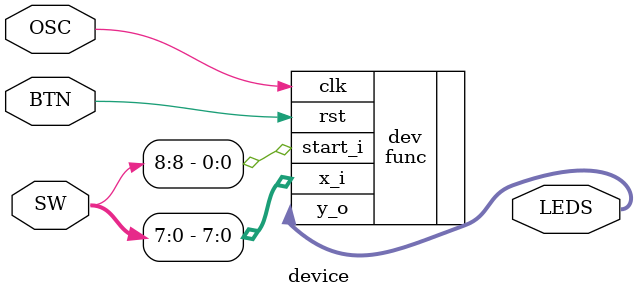
<source format=v>
module device( 
input [15:0] SW, 
input OSC, 
input BTN, 
output [15:0] LEDS 
); 
func dev(.x_i(SW[7:0]), .start_i(SW[8]), .clk(OSC), .rst(BTN), .y_o(LEDS)); 
endmodule 

</source>
